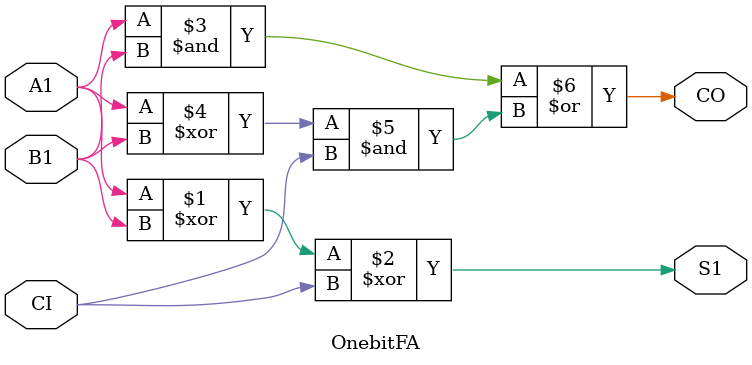
<source format=v>
`timescale 1ns / 1ps


module OnebitFA(A1,B1,CI,S1,CO);

input A1,B1,CI;
output S1,CO;

assign S1 = (A1 ^ B1) ^ CI;

assign CO = (A1 & B1) | ((A1^B1) & CI);

endmodule

</source>
